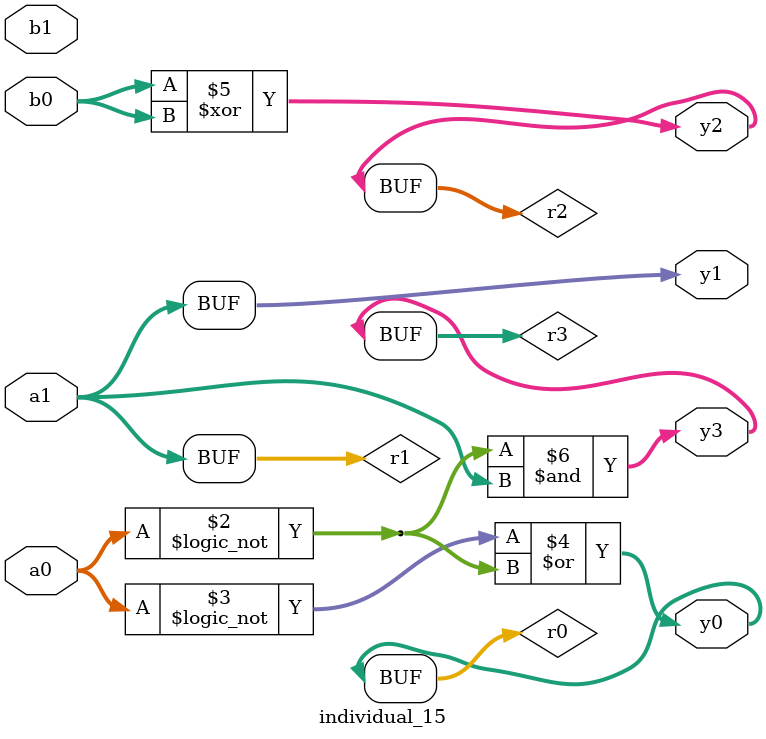
<source format=sv>
module individual_15(input logic [15:0] a1, input logic [15:0] a0, input logic [15:0] b1, input logic [15:0] b0, output logic [15:0] y3, output logic [15:0] y2, output logic [15:0] y1, output logic [15:0] y0);
logic [15:0] r0, r1, r2, r3; 
 always@(*) begin 
	 r0 = a0; r1 = a1; r2 = b0; r3 = b1; 
 	 r3 = ! r0 ;
 	 r0 = ! r0 ;
 	 r0  |=  r3 ;
 	 r2  ^=  r2 ;
 	 r3  &=  r1 ;
 	 y3 = r3; y2 = r2; y1 = r1; y0 = r0; 
end
endmodule
</source>
